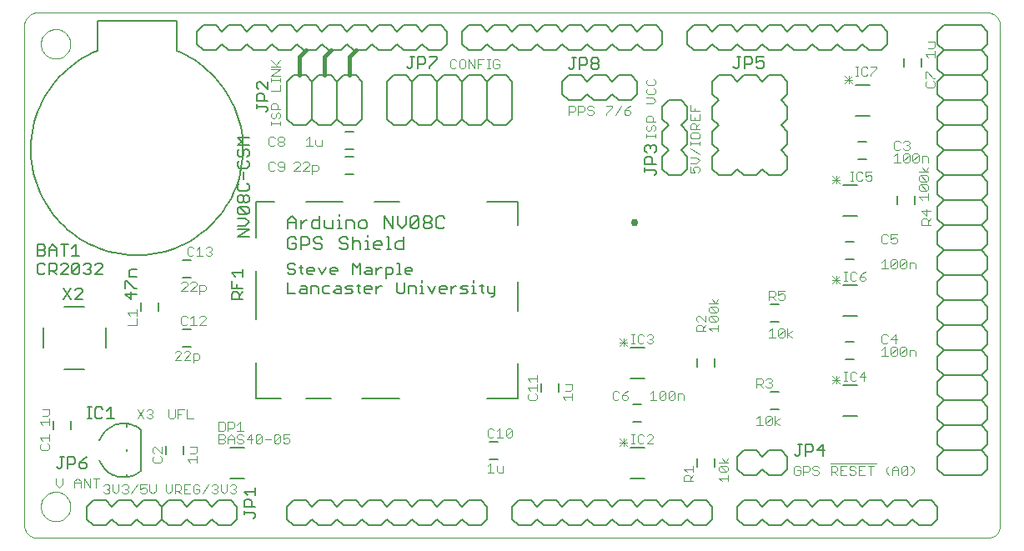
<source format=gto>
G75*
G70*
%OFA0B0*%
%FSLAX24Y24*%
%IPPOS*%
%LPD*%
%AMOC8*
5,1,8,0,0,1.08239X$1,22.5*
%
%ADD10C,0.0000*%
%ADD11C,0.0040*%
%ADD12C,0.0160*%
%ADD13C,0.0070*%
%ADD14C,0.0060*%
%ADD15C,0.0050*%
%ADD16C,0.0080*%
%ADD17C,0.0300*%
%ADD18C,0.0030*%
D10*
X001675Y001175D02*
X039675Y001175D01*
X039719Y001177D01*
X039762Y001183D01*
X039804Y001192D01*
X039846Y001205D01*
X039886Y001222D01*
X039925Y001242D01*
X039962Y001265D01*
X039996Y001292D01*
X040029Y001321D01*
X040058Y001354D01*
X040085Y001388D01*
X040108Y001425D01*
X040128Y001464D01*
X040145Y001504D01*
X040158Y001546D01*
X040167Y001588D01*
X040173Y001631D01*
X040175Y001675D01*
X040175Y021675D01*
X040173Y021719D01*
X040167Y021762D01*
X040158Y021804D01*
X040145Y021846D01*
X040128Y021886D01*
X040108Y021925D01*
X040085Y021962D01*
X040058Y021996D01*
X040029Y022029D01*
X039996Y022058D01*
X039962Y022085D01*
X039925Y022108D01*
X039886Y022128D01*
X039846Y022145D01*
X039804Y022158D01*
X039762Y022167D01*
X039719Y022173D01*
X039675Y022175D01*
X001675Y022175D01*
X001631Y022173D01*
X001588Y022167D01*
X001546Y022158D01*
X001504Y022145D01*
X001464Y022128D01*
X001425Y022108D01*
X001388Y022085D01*
X001354Y022058D01*
X001321Y022029D01*
X001292Y021996D01*
X001265Y021962D01*
X001242Y021925D01*
X001222Y021886D01*
X001205Y021846D01*
X001192Y021804D01*
X001183Y021762D01*
X001177Y021719D01*
X001175Y021675D01*
X001175Y001675D01*
X001177Y001631D01*
X001183Y001588D01*
X001192Y001546D01*
X001205Y001504D01*
X001222Y001464D01*
X001242Y001425D01*
X001265Y001388D01*
X001292Y001354D01*
X001321Y001321D01*
X001354Y001292D01*
X001388Y001265D01*
X001425Y001242D01*
X001464Y001222D01*
X001504Y001205D01*
X001546Y001192D01*
X001588Y001183D01*
X001631Y001177D01*
X001675Y001175D01*
X001834Y002425D02*
X001836Y002473D01*
X001842Y002521D01*
X001852Y002568D01*
X001865Y002614D01*
X001883Y002659D01*
X001903Y002703D01*
X001928Y002745D01*
X001956Y002784D01*
X001986Y002821D01*
X002020Y002855D01*
X002057Y002887D01*
X002095Y002916D01*
X002136Y002941D01*
X002179Y002963D01*
X002224Y002981D01*
X002270Y002995D01*
X002317Y003006D01*
X002365Y003013D01*
X002413Y003016D01*
X002461Y003015D01*
X002509Y003010D01*
X002557Y003001D01*
X002603Y002989D01*
X002648Y002972D01*
X002692Y002952D01*
X002734Y002929D01*
X002774Y002902D01*
X002812Y002872D01*
X002847Y002839D01*
X002879Y002803D01*
X002909Y002765D01*
X002935Y002724D01*
X002957Y002681D01*
X002977Y002637D01*
X002992Y002592D01*
X003004Y002545D01*
X003012Y002497D01*
X003016Y002449D01*
X003016Y002401D01*
X003012Y002353D01*
X003004Y002305D01*
X002992Y002258D01*
X002977Y002213D01*
X002957Y002169D01*
X002935Y002126D01*
X002909Y002085D01*
X002879Y002047D01*
X002847Y002011D01*
X002812Y001978D01*
X002774Y001948D01*
X002734Y001921D01*
X002692Y001898D01*
X002648Y001878D01*
X002603Y001861D01*
X002557Y001849D01*
X002509Y001840D01*
X002461Y001835D01*
X002413Y001834D01*
X002365Y001837D01*
X002317Y001844D01*
X002270Y001855D01*
X002224Y001869D01*
X002179Y001887D01*
X002136Y001909D01*
X002095Y001934D01*
X002057Y001963D01*
X002020Y001995D01*
X001986Y002029D01*
X001956Y002066D01*
X001928Y002105D01*
X001903Y002147D01*
X001883Y002191D01*
X001865Y002236D01*
X001852Y002282D01*
X001842Y002329D01*
X001836Y002377D01*
X001834Y002425D01*
X001834Y020925D02*
X001836Y020973D01*
X001842Y021021D01*
X001852Y021068D01*
X001865Y021114D01*
X001883Y021159D01*
X001903Y021203D01*
X001928Y021245D01*
X001956Y021284D01*
X001986Y021321D01*
X002020Y021355D01*
X002057Y021387D01*
X002095Y021416D01*
X002136Y021441D01*
X002179Y021463D01*
X002224Y021481D01*
X002270Y021495D01*
X002317Y021506D01*
X002365Y021513D01*
X002413Y021516D01*
X002461Y021515D01*
X002509Y021510D01*
X002557Y021501D01*
X002603Y021489D01*
X002648Y021472D01*
X002692Y021452D01*
X002734Y021429D01*
X002774Y021402D01*
X002812Y021372D01*
X002847Y021339D01*
X002879Y021303D01*
X002909Y021265D01*
X002935Y021224D01*
X002957Y021181D01*
X002977Y021137D01*
X002992Y021092D01*
X003004Y021045D01*
X003012Y020997D01*
X003016Y020949D01*
X003016Y020901D01*
X003012Y020853D01*
X003004Y020805D01*
X002992Y020758D01*
X002977Y020713D01*
X002957Y020669D01*
X002935Y020626D01*
X002909Y020585D01*
X002879Y020547D01*
X002847Y020511D01*
X002812Y020478D01*
X002774Y020448D01*
X002734Y020421D01*
X002692Y020398D01*
X002648Y020378D01*
X002603Y020361D01*
X002557Y020349D01*
X002509Y020340D01*
X002461Y020335D01*
X002413Y020334D01*
X002365Y020337D01*
X002317Y020344D01*
X002270Y020355D01*
X002224Y020369D01*
X002179Y020387D01*
X002136Y020409D01*
X002095Y020434D01*
X002057Y020463D01*
X002020Y020495D01*
X001986Y020529D01*
X001956Y020566D01*
X001928Y020605D01*
X001903Y020647D01*
X001883Y020691D01*
X001865Y020736D01*
X001852Y020782D01*
X001842Y020829D01*
X001836Y020877D01*
X001834Y020925D01*
D11*
X011045Y020268D02*
X011285Y020028D01*
X011225Y020088D02*
X011405Y020268D01*
X011405Y020028D02*
X011045Y020028D01*
X011045Y019900D02*
X011405Y019900D01*
X011045Y019659D01*
X011405Y019659D01*
X011405Y019534D02*
X011405Y019414D01*
X011405Y019474D02*
X011045Y019474D01*
X011045Y019414D02*
X011045Y019534D01*
X011405Y019286D02*
X011405Y019045D01*
X011045Y019045D01*
X011105Y018549D02*
X011225Y018549D01*
X011285Y018489D01*
X011285Y018309D01*
X011405Y018309D02*
X011045Y018309D01*
X011045Y018489D01*
X011105Y018549D01*
X011105Y018181D02*
X011045Y018121D01*
X011045Y018001D01*
X011105Y017941D01*
X011165Y017941D01*
X011225Y018001D01*
X011225Y018121D01*
X011285Y018181D01*
X011345Y018181D01*
X011405Y018121D01*
X011405Y018001D01*
X011345Y017941D01*
X011405Y017815D02*
X011405Y017695D01*
X011405Y017755D02*
X011045Y017755D01*
X011045Y017695D02*
X011045Y017815D01*
X011005Y017205D02*
X010945Y017145D01*
X010945Y016905D01*
X011005Y016845D01*
X011125Y016845D01*
X011185Y016905D01*
X011313Y016905D02*
X011313Y016965D01*
X011373Y017025D01*
X011493Y017025D01*
X011554Y016965D01*
X011554Y016905D01*
X011493Y016845D01*
X011373Y016845D01*
X011313Y016905D01*
X011373Y017025D02*
X011313Y017085D01*
X011313Y017145D01*
X011373Y017205D01*
X011493Y017205D01*
X011554Y017145D01*
X011554Y017085D01*
X011493Y017025D01*
X011185Y017145D02*
X011125Y017205D01*
X011005Y017205D01*
X011005Y016205D02*
X010945Y016145D01*
X010945Y015905D01*
X011005Y015845D01*
X011125Y015845D01*
X011185Y015905D01*
X011313Y015905D02*
X011373Y015845D01*
X011493Y015845D01*
X011554Y015905D01*
X011554Y016145D01*
X011493Y016205D01*
X011373Y016205D01*
X011313Y016145D01*
X011313Y016085D01*
X011373Y016025D01*
X011554Y016025D01*
X011185Y016145D02*
X011125Y016205D01*
X011005Y016205D01*
X011945Y016145D02*
X012005Y016205D01*
X012125Y016205D01*
X012185Y016145D01*
X012185Y016085D01*
X011945Y015845D01*
X012185Y015845D01*
X012313Y015845D02*
X012554Y016085D01*
X012554Y016145D01*
X012493Y016205D01*
X012373Y016205D01*
X012313Y016145D01*
X012682Y016085D02*
X012862Y016085D01*
X012922Y016025D01*
X012922Y015905D01*
X012862Y015845D01*
X012682Y015845D01*
X012682Y015725D02*
X012682Y016085D01*
X012554Y015845D02*
X012313Y015845D01*
X012445Y016845D02*
X012685Y016845D01*
X012565Y016845D02*
X012565Y017205D01*
X012445Y017085D01*
X012813Y017085D02*
X012813Y016905D01*
X012873Y016845D01*
X013054Y016845D01*
X013054Y017085D01*
X018195Y020005D02*
X018195Y020245D01*
X018255Y020305D01*
X018375Y020305D01*
X018435Y020245D01*
X018563Y020245D02*
X018563Y020005D01*
X018623Y019945D01*
X018743Y019945D01*
X018804Y020005D01*
X018804Y020245D01*
X018743Y020305D01*
X018623Y020305D01*
X018563Y020245D01*
X018435Y020005D02*
X018375Y019945D01*
X018255Y019945D01*
X018195Y020005D01*
X018932Y019945D02*
X018932Y020305D01*
X019172Y019945D01*
X019172Y020305D01*
X019300Y020305D02*
X019540Y020305D01*
X019668Y020305D02*
X019788Y020305D01*
X019728Y020305D02*
X019728Y019945D01*
X019668Y019945D02*
X019788Y019945D01*
X019914Y020005D02*
X019914Y020245D01*
X019974Y020305D01*
X020094Y020305D01*
X020154Y020245D01*
X020154Y020125D02*
X020034Y020125D01*
X020154Y020125D02*
X020154Y020005D01*
X020094Y019945D01*
X019974Y019945D01*
X019914Y020005D01*
X019420Y020125D02*
X019300Y020125D01*
X019300Y019945D02*
X019300Y020305D01*
X022945Y018455D02*
X022945Y018095D01*
X022945Y018215D02*
X023125Y018215D01*
X023185Y018275D01*
X023185Y018395D01*
X023125Y018455D01*
X022945Y018455D01*
X023313Y018455D02*
X023493Y018455D01*
X023554Y018395D01*
X023554Y018275D01*
X023493Y018215D01*
X023313Y018215D01*
X023313Y018095D02*
X023313Y018455D01*
X023682Y018395D02*
X023682Y018335D01*
X023742Y018275D01*
X023862Y018275D01*
X023922Y018215D01*
X023922Y018155D01*
X023862Y018095D01*
X023742Y018095D01*
X023682Y018155D01*
X023682Y018395D02*
X023742Y018455D01*
X023862Y018455D01*
X023922Y018395D01*
X024418Y018455D02*
X024658Y018455D01*
X024658Y018395D01*
X024418Y018155D01*
X024418Y018095D01*
X024787Y018095D02*
X025027Y018455D01*
X025155Y018275D02*
X025335Y018275D01*
X025395Y018215D01*
X025395Y018155D01*
X025335Y018095D01*
X025215Y018095D01*
X025155Y018155D01*
X025155Y018275D01*
X025275Y018395D01*
X025395Y018455D01*
X026045Y018545D02*
X026285Y018545D01*
X026405Y018666D01*
X026285Y018786D01*
X026045Y018786D01*
X026105Y018914D02*
X026045Y018974D01*
X026045Y019094D01*
X026105Y019154D01*
X026105Y019282D02*
X026345Y019282D01*
X026405Y019342D01*
X026405Y019462D01*
X026345Y019522D01*
X026105Y019522D02*
X026045Y019462D01*
X026045Y019342D01*
X026105Y019282D01*
X026345Y019154D02*
X026405Y019094D01*
X026405Y018974D01*
X026345Y018914D01*
X026105Y018914D01*
X026105Y018049D02*
X026045Y017989D01*
X026045Y017809D01*
X026405Y017809D01*
X026285Y017809D02*
X026285Y017989D01*
X026225Y018049D01*
X026105Y018049D01*
X026105Y017681D02*
X026045Y017621D01*
X026045Y017501D01*
X026105Y017441D01*
X026165Y017441D01*
X026225Y017501D01*
X026225Y017621D01*
X026285Y017681D01*
X026345Y017681D01*
X026405Y017621D01*
X026405Y017501D01*
X026345Y017441D01*
X026405Y017315D02*
X026405Y017195D01*
X026405Y017255D02*
X026045Y017255D01*
X026045Y017195D02*
X026045Y017315D01*
X027795Y017314D02*
X027795Y017194D01*
X027855Y017134D01*
X028095Y017134D01*
X028155Y017194D01*
X028155Y017314D01*
X028095Y017374D01*
X027855Y017374D01*
X027795Y017314D01*
X027795Y017502D02*
X027795Y017682D01*
X027855Y017742D01*
X027975Y017742D01*
X028035Y017682D01*
X028035Y017502D01*
X028155Y017502D02*
X027795Y017502D01*
X028035Y017622D02*
X028155Y017742D01*
X028155Y017870D02*
X027795Y017870D01*
X027795Y018110D01*
X027795Y018239D02*
X027795Y018479D01*
X027975Y018359D02*
X027975Y018239D01*
X028155Y018239D02*
X027795Y018239D01*
X027975Y017990D02*
X027975Y017870D01*
X028155Y017870D02*
X028155Y018110D01*
X028155Y017008D02*
X028155Y016888D01*
X028155Y016948D02*
X027795Y016948D01*
X027795Y016888D02*
X027795Y017008D01*
X027795Y016760D02*
X028155Y016520D01*
X028035Y016392D02*
X028155Y016272D01*
X028035Y016151D01*
X027795Y016151D01*
X027795Y016023D02*
X027795Y015783D01*
X027975Y015783D01*
X027915Y015903D01*
X027915Y015963D01*
X027975Y016023D01*
X028095Y016023D01*
X028155Y015963D01*
X028155Y015843D01*
X028095Y015783D01*
X028035Y016392D02*
X027795Y016392D01*
X034195Y015805D02*
X034315Y015805D01*
X034255Y015805D02*
X034255Y015445D01*
X034195Y015445D02*
X034315Y015445D01*
X034441Y015505D02*
X034441Y015745D01*
X034501Y015805D01*
X034621Y015805D01*
X034681Y015745D01*
X034809Y015805D02*
X034809Y015625D01*
X034929Y015685D01*
X034989Y015685D01*
X035049Y015625D01*
X035049Y015505D01*
X034989Y015445D01*
X034869Y015445D01*
X034809Y015505D01*
X034681Y015505D02*
X034621Y015445D01*
X034501Y015445D01*
X034441Y015505D01*
X034809Y015805D02*
X035049Y015805D01*
X035945Y016195D02*
X036185Y016195D01*
X036065Y016195D02*
X036065Y016555D01*
X035945Y016435D01*
X036005Y016695D02*
X035945Y016755D01*
X035945Y016995D01*
X036005Y017055D01*
X036125Y017055D01*
X036185Y016995D01*
X036313Y016995D02*
X036373Y017055D01*
X036493Y017055D01*
X036554Y016995D01*
X036554Y016935D01*
X036493Y016875D01*
X036554Y016815D01*
X036554Y016755D01*
X036493Y016695D01*
X036373Y016695D01*
X036313Y016755D01*
X036185Y016755D02*
X036125Y016695D01*
X036005Y016695D01*
X036313Y016495D02*
X036373Y016555D01*
X036493Y016555D01*
X036554Y016495D01*
X036313Y016255D01*
X036373Y016195D01*
X036493Y016195D01*
X036554Y016255D01*
X036554Y016495D01*
X036682Y016495D02*
X036742Y016555D01*
X036862Y016555D01*
X036922Y016495D01*
X036682Y016255D01*
X036742Y016195D01*
X036862Y016195D01*
X036922Y016255D01*
X036922Y016495D01*
X037050Y016435D02*
X037230Y016435D01*
X037290Y016375D01*
X037290Y016195D01*
X037305Y015980D02*
X037185Y015800D01*
X037065Y015980D01*
X037050Y016195D02*
X037050Y016435D01*
X036682Y016495D02*
X036682Y016255D01*
X036313Y016255D02*
X036313Y016495D01*
X036433Y016875D02*
X036493Y016875D01*
X036945Y015800D02*
X037305Y015800D01*
X037245Y015672D02*
X037305Y015612D01*
X037305Y015492D01*
X037245Y015432D01*
X037005Y015672D01*
X037245Y015672D01*
X037005Y015672D02*
X036945Y015612D01*
X036945Y015492D01*
X037005Y015432D01*
X037245Y015432D01*
X037245Y015304D02*
X037005Y015304D01*
X037245Y015063D01*
X037305Y015123D01*
X037305Y015243D01*
X037245Y015304D01*
X037005Y015304D02*
X036945Y015243D01*
X036945Y015123D01*
X037005Y015063D01*
X037245Y015063D01*
X037305Y014935D02*
X037305Y014695D01*
X037305Y014815D02*
X036945Y014815D01*
X037065Y014695D01*
X037225Y014304D02*
X037225Y014063D01*
X037045Y014243D01*
X037405Y014243D01*
X037405Y013935D02*
X037285Y013815D01*
X037285Y013875D02*
X037285Y013695D01*
X037405Y013695D02*
X037045Y013695D01*
X037045Y013875D01*
X037105Y013935D01*
X037225Y013935D01*
X037285Y013875D01*
X036054Y013305D02*
X035813Y013305D01*
X035813Y013125D01*
X035933Y013185D01*
X035993Y013185D01*
X036054Y013125D01*
X036054Y013005D01*
X035993Y012945D01*
X035873Y012945D01*
X035813Y013005D01*
X035685Y013005D02*
X035625Y012945D01*
X035505Y012945D01*
X035445Y013005D01*
X035445Y013245D01*
X035505Y013305D01*
X035625Y013305D01*
X035685Y013245D01*
X035565Y012305D02*
X035445Y012185D01*
X035565Y012305D02*
X035565Y011945D01*
X035445Y011945D02*
X035685Y011945D01*
X035813Y012005D02*
X036054Y012245D01*
X036054Y012005D01*
X035993Y011945D01*
X035873Y011945D01*
X035813Y012005D01*
X035813Y012245D01*
X035873Y012305D01*
X035993Y012305D01*
X036054Y012245D01*
X036182Y012245D02*
X036242Y012305D01*
X036362Y012305D01*
X036422Y012245D01*
X036182Y012005D01*
X036242Y011945D01*
X036362Y011945D01*
X036422Y012005D01*
X036422Y012245D01*
X036550Y012185D02*
X036730Y012185D01*
X036790Y012125D01*
X036790Y011945D01*
X036550Y011945D02*
X036550Y012185D01*
X036182Y012245D02*
X036182Y012005D01*
X034799Y011805D02*
X034679Y011745D01*
X034559Y011625D01*
X034739Y011625D01*
X034799Y011565D01*
X034799Y011505D01*
X034739Y011445D01*
X034619Y011445D01*
X034559Y011505D01*
X034559Y011625D01*
X034431Y011505D02*
X034371Y011445D01*
X034251Y011445D01*
X034191Y011505D01*
X034191Y011745D01*
X034251Y011805D01*
X034371Y011805D01*
X034431Y011745D01*
X034065Y011805D02*
X033945Y011805D01*
X034005Y011805D02*
X034005Y011445D01*
X033945Y011445D02*
X034065Y011445D01*
X031554Y011055D02*
X031313Y011055D01*
X031313Y010875D01*
X031433Y010935D01*
X031493Y010935D01*
X031554Y010875D01*
X031554Y010755D01*
X031493Y010695D01*
X031373Y010695D01*
X031313Y010755D01*
X031185Y010695D02*
X031065Y010815D01*
X031125Y010815D02*
X030945Y010815D01*
X030945Y010695D02*
X030945Y011055D01*
X031125Y011055D01*
X031185Y010995D01*
X031185Y010875D01*
X031125Y010815D01*
X031065Y009555D02*
X030945Y009435D01*
X031065Y009555D02*
X031065Y009195D01*
X030945Y009195D02*
X031185Y009195D01*
X031313Y009255D02*
X031554Y009495D01*
X031554Y009255D01*
X031493Y009195D01*
X031373Y009195D01*
X031313Y009255D01*
X031313Y009495D01*
X031373Y009555D01*
X031493Y009555D01*
X031554Y009495D01*
X031682Y009555D02*
X031682Y009195D01*
X031682Y009315D02*
X031862Y009435D01*
X031682Y009315D02*
X031862Y009195D01*
X033945Y007805D02*
X034065Y007805D01*
X034005Y007805D02*
X034005Y007445D01*
X033945Y007445D02*
X034065Y007445D01*
X034191Y007505D02*
X034251Y007445D01*
X034371Y007445D01*
X034431Y007505D01*
X034559Y007625D02*
X034799Y007625D01*
X034739Y007445D02*
X034739Y007805D01*
X034559Y007625D01*
X034431Y007745D02*
X034371Y007805D01*
X034251Y007805D01*
X034191Y007745D01*
X034191Y007505D01*
X035445Y008445D02*
X035685Y008445D01*
X035565Y008445D02*
X035565Y008805D01*
X035445Y008685D01*
X035505Y008945D02*
X035625Y008945D01*
X035685Y009005D01*
X035813Y009125D02*
X036054Y009125D01*
X035993Y008945D02*
X035993Y009305D01*
X035813Y009125D01*
X035685Y009245D02*
X035625Y009305D01*
X035505Y009305D01*
X035445Y009245D01*
X035445Y009005D01*
X035505Y008945D01*
X035813Y008745D02*
X035873Y008805D01*
X035993Y008805D01*
X036054Y008745D01*
X035813Y008505D01*
X035873Y008445D01*
X035993Y008445D01*
X036054Y008505D01*
X036054Y008745D01*
X036182Y008745D02*
X036242Y008805D01*
X036362Y008805D01*
X036422Y008745D01*
X036182Y008505D01*
X036242Y008445D01*
X036362Y008445D01*
X036422Y008505D01*
X036422Y008745D01*
X036550Y008685D02*
X036730Y008685D01*
X036790Y008625D01*
X036790Y008445D01*
X036550Y008445D02*
X036550Y008685D01*
X036182Y008745D02*
X036182Y008505D01*
X035813Y008505D02*
X035813Y008745D01*
X031054Y007495D02*
X031054Y007435D01*
X030993Y007375D01*
X031054Y007315D01*
X031054Y007255D01*
X030993Y007195D01*
X030873Y007195D01*
X030813Y007255D01*
X030685Y007195D02*
X030565Y007315D01*
X030625Y007315D02*
X030445Y007315D01*
X030445Y007195D02*
X030445Y007555D01*
X030625Y007555D01*
X030685Y007495D01*
X030685Y007375D01*
X030625Y007315D01*
X030813Y007495D02*
X030873Y007555D01*
X030993Y007555D01*
X031054Y007495D01*
X030993Y007375D02*
X030933Y007375D01*
X030873Y006055D02*
X030993Y006055D01*
X031054Y005995D01*
X030813Y005755D01*
X030873Y005695D01*
X030993Y005695D01*
X031054Y005755D01*
X031054Y005995D01*
X031182Y006055D02*
X031182Y005695D01*
X031182Y005815D02*
X031362Y005935D01*
X031182Y005815D02*
X031362Y005695D01*
X030813Y005755D02*
X030813Y005995D01*
X030873Y006055D01*
X030565Y006055D02*
X030565Y005695D01*
X030445Y005695D02*
X030685Y005695D01*
X030445Y005935D02*
X030565Y006055D01*
X029305Y004362D02*
X029185Y004182D01*
X029065Y004362D01*
X028945Y004182D02*
X029305Y004182D01*
X029245Y004054D02*
X029305Y003993D01*
X029305Y003873D01*
X029245Y003813D01*
X029005Y004054D01*
X029245Y004054D01*
X029005Y004054D02*
X028945Y003993D01*
X028945Y003873D01*
X029005Y003813D01*
X029245Y003813D01*
X029305Y003685D02*
X029305Y003445D01*
X029305Y003565D02*
X028945Y003565D01*
X029065Y003445D01*
X027905Y003445D02*
X027545Y003445D01*
X027545Y003625D01*
X027605Y003685D01*
X027725Y003685D01*
X027785Y003625D01*
X027785Y003445D01*
X027785Y003565D02*
X027905Y003685D01*
X027905Y003813D02*
X027905Y004054D01*
X027905Y003933D02*
X027545Y003933D01*
X027665Y003813D01*
X026299Y004945D02*
X026059Y004945D01*
X026299Y005185D01*
X026299Y005245D01*
X026239Y005305D01*
X026119Y005305D01*
X026059Y005245D01*
X025931Y005245D02*
X025871Y005305D01*
X025751Y005305D01*
X025691Y005245D01*
X025691Y005005D01*
X025751Y004945D01*
X025871Y004945D01*
X025931Y005005D01*
X025565Y004945D02*
X025445Y004945D01*
X025505Y004945D02*
X025505Y005305D01*
X025445Y005305D02*
X025565Y005305D01*
X025243Y006695D02*
X025123Y006695D01*
X025063Y006755D01*
X025063Y006875D01*
X025243Y006875D01*
X025304Y006815D01*
X025304Y006755D01*
X025243Y006695D01*
X025063Y006875D02*
X025183Y006995D01*
X025304Y007055D01*
X024935Y006995D02*
X024875Y007055D01*
X024755Y007055D01*
X024695Y006995D01*
X024695Y006755D01*
X024755Y006695D01*
X024875Y006695D01*
X024935Y006755D01*
X026195Y006695D02*
X026435Y006695D01*
X026315Y006695D02*
X026315Y007055D01*
X026195Y006935D01*
X026563Y006995D02*
X026563Y006755D01*
X026804Y006995D01*
X026804Y006755D01*
X026743Y006695D01*
X026623Y006695D01*
X026563Y006755D01*
X026563Y006995D02*
X026623Y007055D01*
X026743Y007055D01*
X026804Y006995D01*
X026932Y006995D02*
X026932Y006755D01*
X027172Y006995D01*
X027172Y006755D01*
X027112Y006695D01*
X026992Y006695D01*
X026932Y006755D01*
X026932Y006995D02*
X026992Y007055D01*
X027112Y007055D01*
X027172Y006995D01*
X027300Y006935D02*
X027300Y006695D01*
X027540Y006695D02*
X027540Y006875D01*
X027480Y006935D01*
X027300Y006935D01*
X026239Y008945D02*
X026119Y008945D01*
X026059Y009005D01*
X025931Y009005D02*
X025871Y008945D01*
X025751Y008945D01*
X025691Y009005D01*
X025691Y009245D01*
X025751Y009305D01*
X025871Y009305D01*
X025931Y009245D01*
X026059Y009245D02*
X026119Y009305D01*
X026239Y009305D01*
X026299Y009245D01*
X026299Y009185D01*
X026239Y009125D01*
X026299Y009065D01*
X026299Y009005D01*
X026239Y008945D01*
X026239Y009125D02*
X026179Y009125D01*
X025565Y008945D02*
X025445Y008945D01*
X025505Y008945D02*
X025505Y009305D01*
X025445Y009305D02*
X025565Y009305D01*
X028045Y009445D02*
X028045Y009625D01*
X028105Y009685D01*
X028225Y009685D01*
X028285Y009625D01*
X028285Y009445D01*
X028405Y009445D02*
X028045Y009445D01*
X028285Y009565D02*
X028405Y009685D01*
X028405Y009813D02*
X028165Y010054D01*
X028105Y010054D01*
X028045Y009993D01*
X028045Y009873D01*
X028105Y009813D01*
X028405Y009813D02*
X028405Y010054D01*
X028545Y009993D02*
X028605Y010054D01*
X028845Y009813D01*
X028905Y009873D01*
X028905Y009993D01*
X028845Y010054D01*
X028605Y010054D01*
X028545Y009993D02*
X028545Y009873D01*
X028605Y009813D01*
X028845Y009813D01*
X028905Y009685D02*
X028905Y009445D01*
X028905Y009565D02*
X028545Y009565D01*
X028665Y009445D01*
X028605Y010182D02*
X028545Y010242D01*
X028545Y010362D01*
X028605Y010422D01*
X028845Y010182D01*
X028905Y010242D01*
X028905Y010362D01*
X028845Y010422D01*
X028605Y010422D01*
X028545Y010550D02*
X028905Y010550D01*
X028785Y010550D02*
X028665Y010730D01*
X028785Y010550D02*
X028905Y010730D01*
X028845Y010182D02*
X028605Y010182D01*
X023055Y007304D02*
X023055Y007123D01*
X022995Y007063D01*
X022815Y007063D01*
X022815Y007304D02*
X023055Y007304D01*
X023055Y006935D02*
X023055Y006695D01*
X023055Y006815D02*
X022695Y006815D01*
X022815Y006695D01*
X021655Y006755D02*
X021655Y006875D01*
X021595Y006935D01*
X021655Y007063D02*
X021655Y007304D01*
X021655Y007183D02*
X021295Y007183D01*
X021415Y007063D01*
X021355Y006935D02*
X021295Y006875D01*
X021295Y006755D01*
X021355Y006695D01*
X021595Y006695D01*
X021655Y006755D01*
X021655Y007432D02*
X021655Y007672D01*
X021655Y007552D02*
X021295Y007552D01*
X021415Y007432D01*
X020612Y005555D02*
X020672Y005495D01*
X020432Y005255D01*
X020492Y005195D01*
X020612Y005195D01*
X020672Y005255D01*
X020672Y005495D01*
X020612Y005555D02*
X020492Y005555D01*
X020432Y005495D01*
X020432Y005255D01*
X020304Y005195D02*
X020063Y005195D01*
X020183Y005195D02*
X020183Y005555D01*
X020063Y005435D01*
X019935Y005495D02*
X019875Y005555D01*
X019755Y005555D01*
X019695Y005495D01*
X019695Y005255D01*
X019755Y005195D01*
X019875Y005195D01*
X019935Y005255D01*
X019815Y004155D02*
X019815Y003795D01*
X019695Y003795D02*
X019935Y003795D01*
X020063Y003855D02*
X020123Y003795D01*
X020304Y003795D01*
X020304Y004035D01*
X020063Y004035D02*
X020063Y003855D01*
X019815Y004155D02*
X019695Y004035D01*
X011763Y005005D02*
X011703Y004945D01*
X011583Y004945D01*
X011523Y005005D01*
X011523Y005125D02*
X011643Y005185D01*
X011703Y005185D01*
X011763Y005125D01*
X011763Y005005D01*
X011523Y005125D02*
X011523Y005305D01*
X011763Y005305D01*
X011395Y005245D02*
X011395Y005005D01*
X011335Y004945D01*
X011215Y004945D01*
X011155Y005005D01*
X011395Y005245D01*
X011335Y005305D01*
X011215Y005305D01*
X011155Y005245D01*
X011155Y005005D01*
X011027Y005125D02*
X010787Y005125D01*
X010658Y005245D02*
X010658Y005005D01*
X010598Y004945D01*
X010478Y004945D01*
X010418Y005005D01*
X010658Y005245D01*
X010598Y005305D01*
X010478Y005305D01*
X010418Y005245D01*
X010418Y005005D01*
X010290Y005125D02*
X010050Y005125D01*
X010230Y005305D01*
X010230Y004945D01*
X009922Y005005D02*
X009862Y004945D01*
X009742Y004945D01*
X009682Y005005D01*
X009742Y005125D02*
X009862Y005125D01*
X009922Y005065D01*
X009922Y005005D01*
X009742Y005125D02*
X009682Y005185D01*
X009682Y005245D01*
X009742Y005305D01*
X009862Y005305D01*
X009922Y005245D01*
X009922Y005445D02*
X009682Y005445D01*
X009802Y005445D02*
X009802Y005805D01*
X009682Y005685D01*
X009554Y005625D02*
X009493Y005565D01*
X009313Y005565D01*
X009313Y005445D02*
X009313Y005805D01*
X009493Y005805D01*
X009554Y005745D01*
X009554Y005625D01*
X009185Y005505D02*
X009185Y005745D01*
X009125Y005805D01*
X008945Y005805D01*
X008945Y005445D01*
X009125Y005445D01*
X009185Y005505D01*
X009125Y005305D02*
X008945Y005305D01*
X008945Y004945D01*
X009125Y004945D01*
X009185Y005005D01*
X009185Y005065D01*
X009125Y005125D01*
X008945Y005125D01*
X009125Y005125D02*
X009185Y005185D01*
X009185Y005245D01*
X009125Y005305D01*
X009313Y005185D02*
X009433Y005305D01*
X009554Y005185D01*
X009554Y004945D01*
X009554Y005125D02*
X009313Y005125D01*
X009313Y005185D02*
X009313Y004945D01*
X008055Y004804D02*
X008055Y004623D01*
X007995Y004563D01*
X007815Y004563D01*
X007815Y004804D02*
X008055Y004804D01*
X008055Y004435D02*
X008055Y004195D01*
X008055Y004315D02*
X007695Y004315D01*
X007815Y004195D01*
X006655Y004255D02*
X006655Y004375D01*
X006595Y004435D01*
X006655Y004563D02*
X006415Y004804D01*
X006355Y004804D01*
X006295Y004743D01*
X006295Y004623D01*
X006355Y004563D01*
X006355Y004435D02*
X006295Y004375D01*
X006295Y004255D01*
X006355Y004195D01*
X006595Y004195D01*
X006655Y004255D01*
X006655Y004563D02*
X006655Y004804D01*
X007005Y005945D02*
X007125Y005945D01*
X007185Y006005D01*
X007185Y006305D01*
X007313Y006305D02*
X007554Y006305D01*
X007682Y006305D02*
X007682Y005945D01*
X007922Y005945D01*
X007433Y006125D02*
X007313Y006125D01*
X007313Y005945D02*
X007313Y006305D01*
X006945Y006305D02*
X006945Y006005D01*
X007005Y005945D01*
X006304Y006005D02*
X006243Y005945D01*
X006123Y005945D01*
X006063Y006005D01*
X005935Y005945D02*
X005695Y006305D01*
X005935Y006305D02*
X005695Y005945D01*
X006063Y006245D02*
X006123Y006305D01*
X006243Y006305D01*
X006304Y006245D01*
X006304Y006185D01*
X006243Y006125D01*
X006304Y006065D01*
X006304Y006005D01*
X006243Y006125D02*
X006183Y006125D01*
X007195Y008295D02*
X007435Y008535D01*
X007435Y008595D01*
X007375Y008655D01*
X007255Y008655D01*
X007195Y008595D01*
X007195Y008295D02*
X007435Y008295D01*
X007563Y008295D02*
X007804Y008535D01*
X007804Y008595D01*
X007743Y008655D01*
X007623Y008655D01*
X007563Y008595D01*
X007563Y008295D02*
X007804Y008295D01*
X007932Y008295D02*
X008112Y008295D01*
X008172Y008355D01*
X008172Y008475D01*
X008112Y008535D01*
X007932Y008535D01*
X007932Y008175D01*
X007933Y009695D02*
X007933Y010055D01*
X007813Y009935D01*
X007685Y009995D02*
X007625Y010055D01*
X007505Y010055D01*
X007445Y009995D01*
X007445Y009755D01*
X007505Y009695D01*
X007625Y009695D01*
X007685Y009755D01*
X007813Y009695D02*
X008054Y009695D01*
X008182Y009695D02*
X008422Y009935D01*
X008422Y009995D01*
X008362Y010055D01*
X008242Y010055D01*
X008182Y009995D01*
X008182Y009695D02*
X008422Y009695D01*
X008182Y010925D02*
X008182Y011285D01*
X008362Y011285D01*
X008422Y011225D01*
X008422Y011105D01*
X008362Y011045D01*
X008182Y011045D01*
X008054Y011045D02*
X007813Y011045D01*
X008054Y011285D01*
X008054Y011345D01*
X007993Y011405D01*
X007873Y011405D01*
X007813Y011345D01*
X007685Y011345D02*
X007625Y011405D01*
X007505Y011405D01*
X007445Y011345D01*
X007685Y011345D02*
X007685Y011285D01*
X007445Y011045D01*
X007685Y011045D01*
X005655Y010304D02*
X005655Y010063D01*
X005655Y010183D02*
X005295Y010183D01*
X005415Y010063D01*
X005655Y009935D02*
X005655Y009695D01*
X005295Y009695D01*
X007755Y012445D02*
X007875Y012445D01*
X007935Y012505D01*
X008063Y012445D02*
X008304Y012445D01*
X008183Y012445D02*
X008183Y012805D01*
X008063Y012685D01*
X007935Y012745D02*
X007875Y012805D01*
X007755Y012805D01*
X007695Y012745D01*
X007695Y012505D01*
X007755Y012445D01*
X008432Y012505D02*
X008492Y012445D01*
X008612Y012445D01*
X008672Y012505D01*
X008672Y012565D01*
X008612Y012625D01*
X008552Y012625D01*
X008612Y012625D02*
X008672Y012685D01*
X008672Y012745D01*
X008612Y012805D01*
X008492Y012805D01*
X008432Y012745D01*
X002155Y006304D02*
X001915Y006304D01*
X002155Y006304D02*
X002155Y006123D01*
X002095Y006063D01*
X001915Y006063D01*
X002155Y005935D02*
X002155Y005695D01*
X002155Y005815D02*
X001795Y005815D01*
X001915Y005695D01*
X002155Y005304D02*
X002155Y005063D01*
X002155Y005183D02*
X001795Y005183D01*
X001915Y005063D01*
X001855Y004935D02*
X001795Y004875D01*
X001795Y004755D01*
X001855Y004695D01*
X002095Y004695D01*
X002155Y004755D01*
X002155Y004875D01*
X002095Y004935D01*
X002445Y003555D02*
X002445Y003315D01*
X002565Y003195D01*
X002685Y003315D01*
X002685Y003555D01*
X003182Y003435D02*
X003302Y003555D01*
X003422Y003435D01*
X003422Y003195D01*
X003550Y003195D02*
X003550Y003555D01*
X003790Y003195D01*
X003790Y003555D01*
X003918Y003555D02*
X004158Y003555D01*
X004038Y003555D02*
X004038Y003195D01*
X004340Y003245D02*
X004400Y003305D01*
X004520Y003305D01*
X004580Y003245D01*
X004580Y003185D01*
X004520Y003125D01*
X004580Y003065D01*
X004580Y003005D01*
X004520Y002945D01*
X004400Y002945D01*
X004340Y003005D01*
X004460Y003125D02*
X004520Y003125D01*
X004708Y003065D02*
X004828Y002945D01*
X004949Y003065D01*
X004949Y003305D01*
X005077Y003245D02*
X005137Y003305D01*
X005257Y003305D01*
X005317Y003245D01*
X005317Y003185D01*
X005257Y003125D01*
X005317Y003065D01*
X005317Y003005D01*
X005257Y002945D01*
X005137Y002945D01*
X005077Y003005D01*
X005197Y003125D02*
X005257Y003125D01*
X005445Y002945D02*
X005685Y003305D01*
X005813Y003305D02*
X005813Y003125D01*
X005933Y003185D01*
X005993Y003185D01*
X006054Y003125D01*
X006054Y003005D01*
X005993Y002945D01*
X005873Y002945D01*
X005813Y003005D01*
X006182Y003065D02*
X006302Y002945D01*
X006422Y003065D01*
X006422Y003305D01*
X006182Y003305D02*
X006182Y003065D01*
X006054Y003305D02*
X005813Y003305D01*
X006822Y003305D02*
X006822Y003065D01*
X006942Y002945D01*
X007062Y003065D01*
X007062Y003305D01*
X007190Y003305D02*
X007370Y003305D01*
X007430Y003245D01*
X007430Y003125D01*
X007370Y003065D01*
X007190Y003065D01*
X007190Y002945D02*
X007190Y003305D01*
X007310Y003065D02*
X007430Y002945D01*
X007558Y002945D02*
X007799Y002945D01*
X007927Y003005D02*
X007927Y003245D01*
X007987Y003305D01*
X008107Y003305D01*
X008167Y003245D01*
X008167Y003125D02*
X008047Y003125D01*
X008167Y003125D02*
X008167Y003005D01*
X008107Y002945D01*
X007987Y002945D01*
X007927Y003005D01*
X007678Y003125D02*
X007558Y003125D01*
X007558Y003305D02*
X007558Y002945D01*
X007558Y003305D02*
X007799Y003305D01*
X008295Y002945D02*
X008535Y003305D01*
X008663Y003245D02*
X008723Y003305D01*
X008843Y003305D01*
X008904Y003245D01*
X008904Y003185D01*
X008843Y003125D01*
X008904Y003065D01*
X008904Y003005D01*
X008843Y002945D01*
X008723Y002945D01*
X008663Y003005D01*
X008783Y003125D02*
X008843Y003125D01*
X009032Y003065D02*
X009152Y002945D01*
X009272Y003065D01*
X009272Y003305D01*
X009400Y003245D02*
X009460Y003305D01*
X009580Y003305D01*
X009640Y003245D01*
X009640Y003185D01*
X009580Y003125D01*
X009640Y003065D01*
X009640Y003005D01*
X009580Y002945D01*
X009460Y002945D01*
X009400Y003005D01*
X009520Y003125D02*
X009580Y003125D01*
X009032Y003065D02*
X009032Y003305D01*
X004708Y003305D02*
X004708Y003065D01*
X003422Y003375D02*
X003182Y003375D01*
X003182Y003435D02*
X003182Y003195D01*
X031945Y003755D02*
X032005Y003695D01*
X032125Y003695D01*
X032185Y003755D01*
X032185Y003875D01*
X032065Y003875D01*
X031945Y003995D02*
X031945Y003755D01*
X031945Y003995D02*
X032005Y004055D01*
X032125Y004055D01*
X032185Y003995D01*
X032313Y004055D02*
X032493Y004055D01*
X032554Y003995D01*
X032554Y003875D01*
X032493Y003815D01*
X032313Y003815D01*
X032313Y003695D02*
X032313Y004055D01*
X032682Y003995D02*
X032682Y003935D01*
X032742Y003875D01*
X032862Y003875D01*
X032922Y003815D01*
X032922Y003755D01*
X032862Y003695D01*
X032742Y003695D01*
X032682Y003755D01*
X032682Y003995D02*
X032742Y004055D01*
X032862Y004055D01*
X032922Y003995D01*
X033398Y004135D02*
X035240Y004135D01*
X035132Y004055D02*
X034892Y004055D01*
X035012Y004055D02*
X035012Y003695D01*
X034763Y003695D02*
X034523Y003695D01*
X034523Y004055D01*
X034763Y004055D01*
X034643Y003875D02*
X034523Y003875D01*
X034395Y003815D02*
X034395Y003755D01*
X034335Y003695D01*
X034215Y003695D01*
X034155Y003755D01*
X034215Y003875D02*
X034335Y003875D01*
X034395Y003815D01*
X034395Y003995D02*
X034335Y004055D01*
X034215Y004055D01*
X034155Y003995D01*
X034155Y003935D01*
X034215Y003875D01*
X034027Y003695D02*
X033787Y003695D01*
X033787Y004055D01*
X034027Y004055D01*
X033907Y003875D02*
X033787Y003875D01*
X033658Y003875D02*
X033598Y003815D01*
X033418Y003815D01*
X033418Y003695D02*
X033418Y004055D01*
X033598Y004055D01*
X033658Y003995D01*
X033658Y003875D01*
X033538Y003815D02*
X033658Y003695D01*
X035628Y003815D02*
X035748Y003695D01*
X035874Y003695D02*
X035874Y003935D01*
X035994Y004055D01*
X036114Y003935D01*
X036114Y003695D01*
X036242Y003755D02*
X036302Y003695D01*
X036422Y003695D01*
X036482Y003755D01*
X036482Y003995D01*
X036242Y003755D01*
X036242Y003995D01*
X036302Y004055D01*
X036422Y004055D01*
X036482Y003995D01*
X036610Y004055D02*
X036730Y003935D01*
X036730Y003815D01*
X036610Y003695D01*
X036114Y003875D02*
X035874Y003875D01*
X035748Y004055D02*
X035628Y003935D01*
X035628Y003815D01*
X037255Y019195D02*
X037195Y019255D01*
X037195Y019375D01*
X037255Y019435D01*
X037195Y019563D02*
X037195Y019804D01*
X037255Y019804D01*
X037495Y019563D01*
X037555Y019563D01*
X037495Y019435D02*
X037555Y019375D01*
X037555Y019255D01*
X037495Y019195D01*
X037255Y019195D01*
X037315Y020395D02*
X037195Y020515D01*
X037555Y020515D01*
X037555Y020395D02*
X037555Y020635D01*
X037495Y020763D02*
X037555Y020823D01*
X037555Y021004D01*
X037315Y021004D01*
X037315Y020763D02*
X037495Y020763D01*
X035249Y020005D02*
X035249Y019945D01*
X035009Y019705D01*
X035009Y019645D01*
X034881Y019705D02*
X034821Y019645D01*
X034701Y019645D01*
X034641Y019705D01*
X034641Y019945D01*
X034701Y020005D01*
X034821Y020005D01*
X034881Y019945D01*
X035009Y020005D02*
X035249Y020005D01*
X034515Y020005D02*
X034395Y020005D01*
X034455Y020005D02*
X034455Y019645D01*
X034395Y019645D02*
X034515Y019645D01*
D12*
X014425Y020675D02*
X014175Y020425D01*
X014175Y019675D01*
X013175Y019675D02*
X013175Y020425D01*
X013425Y020675D01*
X012425Y020675D02*
X012175Y020425D01*
X012175Y019675D01*
D13*
X011873Y014040D02*
X012037Y013877D01*
X012037Y013550D01*
X012226Y013550D02*
X012226Y013877D01*
X012389Y013877D02*
X012471Y013877D01*
X012389Y013877D02*
X012226Y013713D01*
X012037Y013795D02*
X011710Y013795D01*
X011710Y013877D02*
X011873Y014040D01*
X011710Y013877D02*
X011710Y013550D01*
X011792Y013200D02*
X011710Y013119D01*
X011710Y012792D01*
X011792Y012710D01*
X011955Y012710D01*
X012037Y012792D01*
X012037Y012955D01*
X011873Y012955D01*
X012037Y013119D02*
X011955Y013200D01*
X011792Y013200D01*
X012226Y013200D02*
X012471Y013200D01*
X012553Y013119D01*
X012553Y012955D01*
X012471Y012873D01*
X012226Y012873D01*
X012226Y012710D02*
X012226Y013200D01*
X012741Y013119D02*
X012741Y013037D01*
X012823Y012955D01*
X012986Y012955D01*
X013068Y012873D01*
X013068Y012792D01*
X012986Y012710D01*
X012823Y012710D01*
X012741Y012792D01*
X012741Y013119D02*
X012823Y013200D01*
X012986Y013200D01*
X013068Y013119D01*
X012982Y013550D02*
X012737Y013550D01*
X012655Y013632D01*
X012655Y013795D01*
X012737Y013877D01*
X012982Y013877D01*
X012982Y014040D02*
X012982Y013550D01*
X013171Y013632D02*
X013253Y013550D01*
X013498Y013550D01*
X013498Y013877D01*
X013687Y013877D02*
X013768Y013877D01*
X013768Y013550D01*
X013687Y013550D02*
X013850Y013550D01*
X014030Y013550D02*
X014030Y013877D01*
X014276Y013877D01*
X014357Y013795D01*
X014357Y013550D01*
X014546Y013632D02*
X014546Y013795D01*
X014628Y013877D01*
X014791Y013877D01*
X014873Y013795D01*
X014873Y013632D01*
X014791Y013550D01*
X014628Y013550D01*
X014546Y013632D01*
X014886Y013282D02*
X014886Y013200D01*
X014886Y013037D02*
X014886Y012710D01*
X014967Y012710D02*
X014804Y012710D01*
X014615Y012710D02*
X014615Y012955D01*
X014533Y013037D01*
X014370Y013037D01*
X014288Y012955D01*
X014100Y012873D02*
X014100Y012792D01*
X014018Y012710D01*
X013854Y012710D01*
X013773Y012792D01*
X013854Y012955D02*
X014018Y012955D01*
X014100Y012873D01*
X014100Y013119D02*
X014018Y013200D01*
X013854Y013200D01*
X013773Y013119D01*
X013773Y013037D01*
X013854Y012955D01*
X014288Y013200D02*
X014288Y012710D01*
X014804Y013037D02*
X014886Y013037D01*
X015148Y012955D02*
X015229Y013037D01*
X015393Y013037D01*
X015475Y012955D01*
X015475Y012873D01*
X015148Y012873D01*
X015148Y012792D02*
X015148Y012955D01*
X015148Y012792D02*
X015229Y012710D01*
X015393Y012710D01*
X015663Y012710D02*
X015827Y012710D01*
X015745Y012710D02*
X015745Y013200D01*
X015663Y013200D01*
X016007Y012955D02*
X016089Y013037D01*
X016334Y013037D01*
X016334Y013200D02*
X016334Y012710D01*
X016089Y012710D01*
X016007Y012792D01*
X016007Y012955D01*
X015904Y013550D02*
X015904Y014040D01*
X016093Y014040D02*
X016093Y013713D01*
X016256Y013550D01*
X016420Y013713D01*
X016420Y014040D01*
X016609Y013959D02*
X016690Y014040D01*
X016854Y014040D01*
X016936Y013959D01*
X016609Y013632D01*
X016690Y013550D01*
X016854Y013550D01*
X016936Y013632D01*
X016936Y013959D01*
X017124Y013959D02*
X017206Y014040D01*
X017369Y014040D01*
X017451Y013959D01*
X017451Y013877D01*
X017369Y013795D01*
X017206Y013795D01*
X017124Y013877D01*
X017124Y013959D01*
X017206Y013795D02*
X017124Y013713D01*
X017124Y013632D01*
X017206Y013550D01*
X017369Y013550D01*
X017451Y013632D01*
X017451Y013713D01*
X017369Y013795D01*
X017640Y013959D02*
X017640Y013632D01*
X017722Y013550D01*
X017885Y013550D01*
X017967Y013632D01*
X017967Y013959D02*
X017885Y014040D01*
X017722Y014040D01*
X017640Y013959D01*
X016609Y013959D02*
X016609Y013632D01*
X015904Y013550D02*
X015577Y014040D01*
X015577Y013550D01*
X013768Y014040D02*
X013768Y014122D01*
X013171Y013877D02*
X013171Y013632D01*
D14*
X014314Y012145D02*
X014461Y011999D01*
X014607Y012145D01*
X014607Y011705D01*
X014774Y011778D02*
X014848Y011852D01*
X015068Y011852D01*
X015068Y011925D02*
X015068Y011705D01*
X014848Y011705D01*
X014774Y011778D01*
X014848Y011999D02*
X014994Y011999D01*
X015068Y011925D01*
X015235Y011852D02*
X015381Y011999D01*
X015455Y011999D01*
X015618Y011999D02*
X015839Y011999D01*
X015912Y011925D01*
X015912Y011778D01*
X015839Y011705D01*
X015618Y011705D01*
X015618Y011558D02*
X015618Y011999D01*
X015235Y011999D02*
X015235Y011705D01*
X015235Y011249D02*
X015235Y010955D01*
X015235Y011102D02*
X015381Y011249D01*
X015455Y011249D01*
X015068Y011175D02*
X015068Y011102D01*
X014774Y011102D01*
X014774Y011175D02*
X014848Y011249D01*
X014994Y011249D01*
X015068Y011175D01*
X014994Y010955D02*
X014848Y010955D01*
X014774Y011028D01*
X014774Y011175D01*
X014614Y011249D02*
X014467Y011249D01*
X014541Y011322D02*
X014541Y011028D01*
X014614Y010955D01*
X014301Y011028D02*
X014227Y011102D01*
X014080Y011102D01*
X014007Y011175D01*
X014080Y011249D01*
X014301Y011249D01*
X014301Y011028D02*
X014227Y010955D01*
X014007Y010955D01*
X013840Y010955D02*
X013620Y010955D01*
X013547Y011028D01*
X013620Y011102D01*
X013840Y011102D01*
X013840Y011175D02*
X013840Y010955D01*
X013840Y011175D02*
X013767Y011249D01*
X013620Y011249D01*
X013380Y011249D02*
X013160Y011249D01*
X013086Y011175D01*
X013086Y011028D01*
X013160Y010955D01*
X013380Y010955D01*
X012919Y010955D02*
X012919Y011175D01*
X012846Y011249D01*
X012626Y011249D01*
X012626Y010955D01*
X012459Y010955D02*
X012239Y010955D01*
X012165Y011028D01*
X012239Y011102D01*
X012459Y011102D01*
X012459Y011175D02*
X012459Y010955D01*
X012459Y011175D02*
X012386Y011249D01*
X012239Y011249D01*
X011705Y011395D02*
X011705Y010955D01*
X011999Y010955D01*
X011925Y011705D02*
X011778Y011705D01*
X011705Y011778D01*
X011778Y011925D02*
X011925Y011925D01*
X011999Y011852D01*
X011999Y011778D01*
X011925Y011705D01*
X011778Y011925D02*
X011705Y011999D01*
X011705Y012072D01*
X011778Y012145D01*
X011925Y012145D01*
X011999Y012072D01*
X012165Y011999D02*
X012312Y011999D01*
X012239Y012072D02*
X012239Y011778D01*
X012312Y011705D01*
X012472Y011778D02*
X012472Y011925D01*
X012546Y011999D01*
X012693Y011999D01*
X012766Y011925D01*
X012766Y011852D01*
X012472Y011852D01*
X012472Y011778D02*
X012546Y011705D01*
X012693Y011705D01*
X012933Y011999D02*
X013080Y011705D01*
X013226Y011999D01*
X013393Y011925D02*
X013393Y011778D01*
X013467Y011705D01*
X013613Y011705D01*
X013687Y011852D02*
X013393Y011852D01*
X013393Y011925D02*
X013467Y011999D01*
X013613Y011999D01*
X013687Y011925D01*
X013687Y011852D01*
X014314Y011705D02*
X014314Y012145D01*
X016079Y012145D02*
X016152Y012145D01*
X016152Y011705D01*
X016079Y011705D02*
X016226Y011705D01*
X016386Y011778D02*
X016386Y011925D01*
X016459Y011999D01*
X016606Y011999D01*
X016679Y011925D01*
X016679Y011852D01*
X016386Y011852D01*
X016386Y011778D02*
X016459Y011705D01*
X016606Y011705D01*
X017073Y011469D02*
X017073Y011395D01*
X017073Y011249D02*
X017073Y010955D01*
X017000Y010955D02*
X017146Y010955D01*
X017453Y010955D02*
X017600Y011249D01*
X017767Y011175D02*
X017840Y011249D01*
X017987Y011249D01*
X018060Y011175D01*
X018060Y011102D01*
X017767Y011102D01*
X017767Y011175D02*
X017767Y011028D01*
X017840Y010955D01*
X017987Y010955D01*
X018227Y010955D02*
X018227Y011249D01*
X018374Y011249D02*
X018447Y011249D01*
X018374Y011249D02*
X018227Y011102D01*
X018611Y011175D02*
X018684Y011249D01*
X018904Y011249D01*
X018831Y011102D02*
X018684Y011102D01*
X018611Y011175D01*
X018611Y010955D02*
X018831Y010955D01*
X018904Y011028D01*
X018831Y011102D01*
X019071Y011249D02*
X019145Y011249D01*
X019145Y010955D01*
X019218Y010955D02*
X019071Y010955D01*
X019452Y011028D02*
X019525Y010955D01*
X019452Y011028D02*
X019452Y011322D01*
X019378Y011249D02*
X019525Y011249D01*
X019685Y011249D02*
X019685Y011028D01*
X019759Y010955D01*
X019979Y010955D01*
X019979Y010882D02*
X019905Y010808D01*
X019832Y010808D01*
X019979Y010882D02*
X019979Y011249D01*
X019145Y011395D02*
X019145Y011469D01*
X017453Y010955D02*
X017306Y011249D01*
X017073Y011249D02*
X017000Y011249D01*
X016833Y011175D02*
X016833Y010955D01*
X016833Y011175D02*
X016759Y011249D01*
X016539Y011249D01*
X016539Y010955D01*
X016372Y011028D02*
X016299Y010955D01*
X016152Y010955D01*
X016079Y011028D01*
X016079Y011395D01*
X016372Y011395D02*
X016372Y011028D01*
X021825Y007335D02*
X021825Y007015D01*
X022525Y007015D02*
X022525Y007335D01*
X025395Y007555D02*
X025955Y007555D01*
X025835Y006525D02*
X025515Y006525D01*
X025515Y005825D02*
X025835Y005825D01*
X025955Y004795D02*
X025395Y004795D01*
X025395Y003555D02*
X025955Y003555D01*
X028075Y004015D02*
X028075Y004335D01*
X028775Y004335D02*
X028775Y004015D01*
X031015Y006325D02*
X031335Y006325D01*
X031335Y007025D02*
X031015Y007025D01*
X028775Y008015D02*
X028775Y008335D01*
X028075Y008335D02*
X028075Y008015D01*
X025955Y008795D02*
X025395Y008795D01*
X031015Y009825D02*
X031335Y009825D01*
X031335Y010525D02*
X031015Y010525D01*
X033895Y010055D02*
X034455Y010055D01*
X034335Y009025D02*
X034015Y009025D01*
X034015Y008325D02*
X034335Y008325D01*
X034455Y007295D02*
X033895Y007295D01*
X033895Y006055D02*
X034455Y006055D01*
X037675Y005925D02*
X037925Y005675D01*
X039425Y005675D01*
X039675Y005425D01*
X039675Y004925D01*
X039425Y004675D01*
X037925Y004675D01*
X037675Y004925D01*
X037675Y005425D01*
X037925Y005675D01*
X037675Y005925D02*
X037675Y006425D01*
X037925Y006675D01*
X039425Y006675D01*
X039675Y006425D01*
X039675Y005925D01*
X039425Y005675D01*
X039425Y004675D02*
X039675Y004425D01*
X039675Y003925D01*
X039425Y003675D01*
X037925Y003675D01*
X037675Y003925D01*
X037675Y004425D01*
X037925Y004675D01*
X037925Y006675D02*
X037675Y006925D01*
X037675Y007425D01*
X037925Y007675D01*
X039425Y007675D01*
X039675Y007425D01*
X039675Y006925D01*
X039425Y006675D01*
X039425Y007675D02*
X039675Y007925D01*
X039675Y008425D01*
X039425Y008675D01*
X037925Y008675D01*
X037675Y008925D01*
X037675Y009425D01*
X037925Y009675D01*
X039425Y009675D01*
X039675Y009425D01*
X039675Y008925D01*
X039425Y008675D01*
X039425Y009675D02*
X039675Y009925D01*
X039675Y010425D01*
X039425Y010675D01*
X037925Y010675D01*
X037675Y010925D01*
X037675Y011425D01*
X037925Y011675D01*
X039425Y011675D01*
X039675Y011425D01*
X039675Y010925D01*
X039425Y010675D01*
X037925Y010675D02*
X037675Y010425D01*
X037675Y009925D01*
X037925Y009675D01*
X037925Y008675D02*
X037675Y008425D01*
X037675Y007925D01*
X037925Y007675D01*
X034455Y011295D02*
X033895Y011295D01*
X034015Y012325D02*
X034335Y012325D01*
X034335Y013025D02*
X034015Y013025D01*
X033895Y014055D02*
X034455Y014055D01*
X036075Y014515D02*
X036075Y014835D01*
X036775Y014835D02*
X036775Y014515D01*
X037675Y014425D02*
X037675Y013925D01*
X037925Y013675D01*
X039425Y013675D01*
X039675Y013425D01*
X039675Y012925D01*
X039425Y012675D01*
X037925Y012675D01*
X037675Y012925D01*
X037675Y013425D01*
X037925Y013675D01*
X037675Y014425D02*
X037925Y014675D01*
X039425Y014675D01*
X039675Y014425D01*
X039675Y013925D01*
X039425Y013675D01*
X039425Y012675D02*
X039675Y012425D01*
X039675Y011925D01*
X039425Y011675D01*
X037925Y011675D02*
X037675Y011925D01*
X037675Y012425D01*
X037925Y012675D01*
X037925Y014675D02*
X037675Y014925D01*
X037675Y015425D01*
X037925Y015675D01*
X039425Y015675D01*
X039675Y015425D01*
X039675Y014925D01*
X039425Y014675D01*
X039425Y015675D02*
X039675Y015925D01*
X039675Y016425D01*
X039425Y016675D01*
X037925Y016675D01*
X037675Y016425D01*
X037675Y015925D01*
X037925Y015675D01*
X037925Y016675D02*
X037675Y016925D01*
X037675Y017425D01*
X037925Y017675D01*
X039425Y017675D01*
X039675Y017425D01*
X039675Y016925D01*
X039425Y016675D01*
X039425Y017675D02*
X039675Y017925D01*
X039675Y018425D01*
X039425Y018675D01*
X037925Y018675D01*
X037675Y018425D01*
X037675Y017925D01*
X037925Y017675D01*
X037925Y018675D02*
X037675Y018925D01*
X037675Y019425D01*
X037925Y019675D01*
X039425Y019675D01*
X039675Y019425D01*
X039675Y018925D01*
X039425Y018675D01*
X039425Y019675D02*
X039675Y019925D01*
X039675Y020425D01*
X039425Y020675D01*
X037925Y020675D01*
X037675Y020425D01*
X037675Y019925D01*
X037925Y019675D01*
X037025Y020015D02*
X037025Y020335D01*
X036325Y020335D02*
X036325Y020015D01*
X034955Y019295D02*
X034395Y019295D01*
X034395Y018055D02*
X034955Y018055D01*
X034835Y017025D02*
X034515Y017025D01*
X034515Y016325D02*
X034835Y016325D01*
X034455Y015295D02*
X033895Y015295D01*
X037925Y020675D02*
X037675Y020925D01*
X037675Y021425D01*
X037925Y021675D01*
X039425Y021675D01*
X039675Y021425D01*
X039675Y020925D01*
X039425Y020675D01*
X020675Y019425D02*
X020675Y017925D01*
X020425Y017675D01*
X019925Y017675D01*
X019675Y017925D01*
X019675Y019425D01*
X019925Y019675D01*
X020425Y019675D01*
X020675Y019425D01*
X019675Y019425D02*
X019425Y019675D01*
X018925Y019675D01*
X018675Y019425D01*
X018675Y017925D01*
X018925Y017675D01*
X019425Y017675D01*
X019675Y017925D01*
X018675Y017925D02*
X018425Y017675D01*
X017925Y017675D01*
X017675Y017925D01*
X017675Y019425D01*
X017925Y019675D01*
X018425Y019675D01*
X018675Y019425D01*
X017675Y019425D02*
X017425Y019675D01*
X016925Y019675D01*
X016675Y019425D01*
X016675Y017925D01*
X016925Y017675D01*
X017425Y017675D01*
X017675Y017925D01*
X016675Y017925D02*
X016425Y017675D01*
X015925Y017675D01*
X015675Y017925D01*
X015675Y019425D01*
X015925Y019675D01*
X016425Y019675D01*
X016675Y019425D01*
X014675Y019425D02*
X014675Y017925D01*
X014425Y017675D01*
X013925Y017675D01*
X013675Y017925D01*
X013675Y019425D01*
X013425Y019675D01*
X012925Y019675D01*
X012675Y019425D01*
X012425Y019675D01*
X011925Y019675D01*
X011675Y019425D01*
X011675Y017925D01*
X011925Y017675D01*
X012425Y017675D01*
X012675Y017925D01*
X012675Y019425D01*
X013675Y019425D02*
X013925Y019675D01*
X014425Y019675D01*
X014675Y019425D01*
X013675Y017925D02*
X013425Y017675D01*
X012925Y017675D01*
X012675Y017925D01*
X014015Y017425D02*
X014335Y017425D01*
X014335Y016725D02*
X014015Y016725D01*
X014015Y016425D02*
X014335Y016425D01*
X014335Y015725D02*
X014015Y015725D01*
X007835Y012275D02*
X007515Y012275D01*
X007515Y011575D02*
X007835Y011575D01*
X006525Y010585D02*
X006525Y010265D01*
X005825Y010265D02*
X005825Y010585D01*
X007515Y009525D02*
X007835Y009525D01*
X007835Y008825D02*
X007515Y008825D01*
X003025Y005835D02*
X003025Y005515D01*
X002325Y005515D02*
X002325Y005835D01*
X006825Y004835D02*
X006825Y004515D01*
X007525Y004515D02*
X007525Y004835D01*
X009395Y004795D02*
X009955Y004795D01*
X009955Y003555D02*
X009395Y003555D01*
X019765Y004325D02*
X020085Y004325D01*
X020085Y005025D02*
X019765Y005025D01*
D15*
X019675Y006738D02*
X020911Y006738D01*
X020911Y008161D01*
X020911Y010238D02*
X020911Y011411D01*
X020911Y013675D02*
X020911Y014612D01*
X019675Y014612D01*
X016161Y014612D02*
X015175Y014612D01*
X013911Y014612D02*
X012425Y014612D01*
X011175Y014612D02*
X010439Y014612D01*
X010439Y013175D01*
X010150Y013200D02*
X009700Y013200D01*
X010150Y013500D01*
X009700Y013500D01*
X009700Y013660D02*
X010000Y013660D01*
X010150Y013811D01*
X010000Y013961D01*
X009700Y013961D01*
X009775Y014121D02*
X009700Y014196D01*
X009700Y014346D01*
X009775Y014421D01*
X010075Y014121D01*
X010150Y014196D01*
X010150Y014346D01*
X010075Y014421D01*
X009775Y014421D01*
X009775Y014581D02*
X009850Y014581D01*
X009925Y014656D01*
X009925Y014806D01*
X010000Y014881D01*
X010075Y014881D01*
X010150Y014806D01*
X010150Y014656D01*
X010075Y014581D01*
X010000Y014581D01*
X009925Y014656D01*
X009925Y014806D02*
X009850Y014881D01*
X009775Y014881D01*
X009700Y014806D01*
X009700Y014656D01*
X009775Y014581D01*
X009775Y014121D02*
X010075Y014121D01*
X010075Y015042D02*
X009775Y015042D01*
X009700Y015117D01*
X009700Y015267D01*
X009775Y015342D01*
X009925Y015502D02*
X009925Y015802D01*
X009775Y015962D02*
X010075Y015962D01*
X010150Y016037D01*
X010150Y016188D01*
X010075Y016263D01*
X010075Y016423D02*
X010150Y016498D01*
X010150Y016648D01*
X010075Y016723D01*
X010000Y016723D01*
X009925Y016648D01*
X009925Y016498D01*
X009850Y016423D01*
X009775Y016423D01*
X009700Y016498D01*
X009700Y016648D01*
X009775Y016723D01*
X009700Y016883D02*
X009850Y017033D01*
X009700Y017183D01*
X010150Y017183D01*
X010150Y016883D02*
X009700Y016883D01*
X009775Y016263D02*
X009700Y016188D01*
X009700Y016037D01*
X009775Y015962D01*
X010075Y015342D02*
X010150Y015267D01*
X010150Y015117D01*
X010075Y015042D01*
X009900Y011921D02*
X009900Y011621D01*
X009900Y011771D02*
X009450Y011771D01*
X009600Y011621D01*
X009450Y011461D02*
X009450Y011160D01*
X009900Y011160D01*
X009900Y011000D02*
X009750Y010850D01*
X009750Y010925D02*
X009750Y010700D01*
X009900Y010700D02*
X009450Y010700D01*
X009450Y010925D01*
X009525Y011000D01*
X009675Y011000D01*
X009750Y010925D01*
X009675Y011160D02*
X009675Y011311D01*
X010439Y011862D02*
X010439Y009925D01*
X010439Y008175D02*
X010439Y006738D01*
X011425Y006738D01*
X012425Y006738D02*
X013425Y006738D01*
X014675Y006738D02*
X016175Y006738D01*
X010400Y003171D02*
X010400Y002871D01*
X010400Y003021D02*
X009950Y003021D01*
X010100Y002871D01*
X010175Y002711D02*
X010250Y002636D01*
X010250Y002410D01*
X010400Y002410D02*
X009950Y002410D01*
X009950Y002636D01*
X010025Y002711D01*
X010175Y002711D01*
X009950Y002250D02*
X009950Y002100D01*
X009950Y002175D02*
X010325Y002175D01*
X010400Y002100D01*
X010400Y002025D01*
X010325Y001950D01*
X003671Y004025D02*
X003596Y003950D01*
X003446Y003950D01*
X003371Y004025D01*
X003371Y004175D01*
X003596Y004175D01*
X003671Y004100D01*
X003671Y004025D01*
X003521Y004325D02*
X003371Y004175D01*
X003211Y004175D02*
X003211Y004325D01*
X003136Y004400D01*
X002910Y004400D01*
X002910Y003950D01*
X002910Y004100D02*
X003136Y004100D01*
X003211Y004175D01*
X003521Y004325D02*
X003671Y004400D01*
X002750Y004400D02*
X002600Y004400D01*
X002675Y004400D02*
X002675Y004025D01*
X002600Y003950D01*
X002525Y003950D01*
X002450Y004025D01*
X003700Y005950D02*
X003850Y005950D01*
X003775Y005950D02*
X003775Y006400D01*
X003700Y006400D02*
X003850Y006400D01*
X004007Y006325D02*
X004007Y006025D01*
X004082Y005950D01*
X004232Y005950D01*
X004307Y006025D01*
X004467Y005950D02*
X004768Y005950D01*
X004617Y005950D02*
X004617Y006400D01*
X004467Y006250D01*
X004307Y006325D02*
X004232Y006400D01*
X004082Y006400D01*
X004007Y006325D01*
X003575Y007925D02*
X002775Y007925D01*
X001925Y008775D02*
X001925Y009575D01*
X002775Y010425D02*
X003575Y010425D01*
X003500Y010700D02*
X003200Y010700D01*
X003500Y011000D01*
X003500Y011075D01*
X003425Y011150D01*
X003275Y011150D01*
X003200Y011075D01*
X003040Y011150D02*
X002740Y010700D01*
X003040Y010700D02*
X002740Y011150D01*
X002621Y011700D02*
X002921Y012000D01*
X002921Y012075D01*
X002846Y012150D01*
X002696Y012150D01*
X002621Y012075D01*
X002461Y012075D02*
X002386Y012150D01*
X002160Y012150D01*
X002160Y011700D01*
X002160Y011850D02*
X002386Y011850D01*
X002461Y011925D01*
X002461Y012075D01*
X002311Y011850D02*
X002461Y011700D01*
X002621Y011700D02*
X002921Y011700D01*
X003081Y011775D02*
X003381Y012075D01*
X003381Y011775D01*
X003306Y011700D01*
X003156Y011700D01*
X003081Y011775D01*
X003081Y012075D01*
X003156Y012150D01*
X003306Y012150D01*
X003381Y012075D01*
X003542Y012075D02*
X003617Y012150D01*
X003767Y012150D01*
X003842Y012075D01*
X003842Y012000D01*
X003767Y011925D01*
X003842Y011850D01*
X003842Y011775D01*
X003767Y011700D01*
X003617Y011700D01*
X003542Y011775D01*
X003692Y011925D02*
X003767Y011925D01*
X004002Y012075D02*
X004077Y012150D01*
X004227Y012150D01*
X004302Y012075D01*
X004302Y012000D01*
X004002Y011700D01*
X004302Y011700D01*
X005200Y011461D02*
X005275Y011461D01*
X005575Y011160D01*
X005650Y011160D01*
X005650Y010925D02*
X005200Y010925D01*
X005425Y010700D01*
X005425Y011000D01*
X005200Y011160D02*
X005200Y011461D01*
X005350Y011621D02*
X005350Y011846D01*
X005425Y011921D01*
X005650Y011921D01*
X005650Y011621D02*
X005350Y011621D01*
X003381Y012450D02*
X003081Y012450D01*
X003231Y012450D02*
X003231Y012900D01*
X003081Y012750D01*
X002921Y012900D02*
X002621Y012900D01*
X002771Y012900D02*
X002771Y012450D01*
X002461Y012450D02*
X002461Y012750D01*
X002311Y012900D01*
X002160Y012750D01*
X002160Y012450D01*
X002000Y012525D02*
X001925Y012450D01*
X001700Y012450D01*
X001700Y012900D01*
X001925Y012900D01*
X002000Y012825D01*
X002000Y012750D01*
X001925Y012675D01*
X001700Y012675D01*
X001925Y012675D02*
X002000Y012600D01*
X002000Y012525D01*
X002160Y012675D02*
X002461Y012675D01*
X001925Y012150D02*
X001775Y012150D01*
X001700Y012075D01*
X001700Y011775D01*
X001775Y011700D01*
X001925Y011700D01*
X002000Y011775D01*
X002000Y012075D02*
X001925Y012150D01*
X004425Y009575D02*
X004425Y008775D01*
X010825Y018200D02*
X010900Y018275D01*
X010900Y018350D01*
X010825Y018425D01*
X010450Y018425D01*
X010450Y018350D02*
X010450Y018500D01*
X010450Y018660D02*
X010450Y018886D01*
X010525Y018961D01*
X010675Y018961D01*
X010750Y018886D01*
X010750Y018660D01*
X010900Y018660D02*
X010450Y018660D01*
X010525Y019121D02*
X010450Y019196D01*
X010450Y019346D01*
X010525Y019421D01*
X010600Y019421D01*
X010900Y019121D01*
X010900Y019421D01*
X016450Y020025D02*
X016525Y019950D01*
X016600Y019950D01*
X016675Y020025D01*
X016675Y020400D01*
X016600Y020400D02*
X016750Y020400D01*
X016910Y020400D02*
X017136Y020400D01*
X017211Y020325D01*
X017211Y020175D01*
X017136Y020100D01*
X016910Y020100D01*
X016910Y019950D02*
X016910Y020400D01*
X017371Y020400D02*
X017671Y020400D01*
X017671Y020325D01*
X017371Y020025D01*
X017371Y019950D01*
X022920Y019995D02*
X022995Y019920D01*
X023070Y019920D01*
X023145Y019995D01*
X023145Y020370D01*
X023070Y020370D02*
X023220Y020370D01*
X023380Y020370D02*
X023606Y020370D01*
X023681Y020295D01*
X023681Y020145D01*
X023606Y020070D01*
X023380Y020070D01*
X023380Y019920D02*
X023380Y020370D01*
X023841Y020295D02*
X023841Y020220D01*
X023916Y020145D01*
X024066Y020145D01*
X024141Y020070D01*
X024141Y019995D01*
X024066Y019920D01*
X023916Y019920D01*
X023841Y019995D01*
X023841Y020070D01*
X023916Y020145D01*
X024066Y020145D02*
X024141Y020220D01*
X024141Y020295D01*
X024066Y020370D01*
X023916Y020370D01*
X023841Y020295D01*
X028675Y019425D02*
X028675Y018925D01*
X028925Y018675D01*
X028675Y018425D01*
X028675Y017925D01*
X028925Y017675D01*
X028675Y017425D01*
X028675Y016925D01*
X028925Y016675D01*
X028675Y016425D01*
X028675Y015925D01*
X028925Y015675D01*
X029425Y015675D01*
X029675Y015925D01*
X029925Y015675D01*
X030425Y015675D01*
X030675Y015925D01*
X030925Y015675D01*
X031425Y015675D01*
X031675Y015925D01*
X031675Y016425D01*
X031425Y016675D01*
X031675Y016925D01*
X031675Y017425D01*
X031425Y017675D01*
X031675Y017925D01*
X031675Y018425D01*
X031425Y018675D01*
X031675Y018925D01*
X031675Y019425D01*
X031425Y019675D01*
X030925Y019675D01*
X030675Y019425D01*
X030425Y019675D01*
X029925Y019675D01*
X029675Y019425D01*
X029425Y019675D01*
X028925Y019675D01*
X028675Y019425D01*
X029509Y020025D02*
X029584Y019950D01*
X029660Y019950D01*
X029735Y020025D01*
X029735Y020400D01*
X029660Y020400D02*
X029810Y020400D01*
X029970Y020400D02*
X030195Y020400D01*
X030270Y020325D01*
X030270Y020175D01*
X030195Y020100D01*
X029970Y020100D01*
X029970Y019950D02*
X029970Y020400D01*
X030430Y020400D02*
X030430Y020175D01*
X030580Y020250D01*
X030655Y020250D01*
X030730Y020175D01*
X030730Y020025D01*
X030655Y019950D01*
X030505Y019950D01*
X030430Y020025D01*
X030430Y020400D02*
X030730Y020400D01*
X026430Y016816D02*
X026430Y016666D01*
X026355Y016591D01*
X026205Y016741D02*
X026205Y016816D01*
X026280Y016891D01*
X026355Y016891D01*
X026430Y016816D01*
X026205Y016816D02*
X026130Y016891D01*
X026055Y016891D01*
X025980Y016816D01*
X025980Y016666D01*
X026055Y016591D01*
X026055Y016431D02*
X025980Y016356D01*
X025980Y016130D01*
X026430Y016130D01*
X026280Y016130D02*
X026280Y016356D01*
X026205Y016431D01*
X026055Y016431D01*
X025980Y015970D02*
X025980Y015820D01*
X025980Y015895D02*
X026355Y015895D01*
X026430Y015820D01*
X026430Y015745D01*
X026355Y015670D01*
X032100Y004900D02*
X032250Y004900D01*
X032175Y004900D02*
X032175Y004525D01*
X032100Y004450D01*
X032025Y004450D01*
X031950Y004525D01*
X032410Y004450D02*
X032410Y004900D01*
X032636Y004900D01*
X032711Y004825D01*
X032711Y004675D01*
X032636Y004600D01*
X032410Y004600D01*
X032871Y004675D02*
X033171Y004675D01*
X033096Y004450D02*
X033096Y004900D01*
X032871Y004675D01*
D16*
X031675Y004425D02*
X031425Y004675D01*
X030925Y004675D01*
X030675Y004425D01*
X030425Y004675D01*
X029925Y004675D01*
X029675Y004425D01*
X029675Y003925D01*
X029925Y003675D01*
X030425Y003675D01*
X030675Y003925D01*
X030925Y003675D01*
X031425Y003675D01*
X031675Y003925D01*
X031675Y004425D01*
X031425Y002675D02*
X030925Y002675D01*
X030675Y002425D01*
X030425Y002675D01*
X029925Y002675D01*
X029675Y002425D01*
X029675Y001925D01*
X029925Y001675D01*
X030425Y001675D01*
X030675Y001925D01*
X030925Y001675D01*
X031425Y001675D01*
X031675Y001925D01*
X031925Y001675D01*
X032425Y001675D01*
X032675Y001925D01*
X032925Y001675D01*
X033425Y001675D01*
X033675Y001925D01*
X033925Y001675D01*
X034425Y001675D01*
X034675Y001925D01*
X034925Y001675D01*
X035425Y001675D01*
X035675Y001925D01*
X035925Y001675D01*
X036425Y001675D01*
X036675Y001925D01*
X036925Y001675D01*
X037425Y001675D01*
X037675Y001925D01*
X037675Y002425D01*
X037425Y002675D01*
X036925Y002675D01*
X036675Y002425D01*
X036425Y002675D01*
X035925Y002675D01*
X035675Y002425D01*
X035425Y002675D01*
X034925Y002675D01*
X034675Y002425D01*
X034425Y002675D01*
X033925Y002675D01*
X033675Y002425D01*
X033425Y002675D01*
X032925Y002675D01*
X032675Y002425D01*
X032425Y002675D01*
X031925Y002675D01*
X031675Y002425D01*
X031425Y002675D01*
X028675Y002425D02*
X028675Y001925D01*
X028425Y001675D01*
X027925Y001675D01*
X027675Y001925D01*
X027425Y001675D01*
X026925Y001675D01*
X026675Y001925D01*
X026425Y001675D01*
X025925Y001675D01*
X025675Y001925D01*
X025425Y001675D01*
X024925Y001675D01*
X024675Y001925D01*
X024425Y001675D01*
X023925Y001675D01*
X023675Y001925D01*
X023425Y001675D01*
X022925Y001675D01*
X022675Y001925D01*
X022425Y001675D01*
X021925Y001675D01*
X021675Y001925D01*
X021425Y001675D01*
X020925Y001675D01*
X020675Y001925D01*
X020675Y002425D01*
X020925Y002675D01*
X021425Y002675D01*
X021675Y002425D01*
X021925Y002675D01*
X022425Y002675D01*
X022675Y002425D01*
X022925Y002675D01*
X023425Y002675D01*
X023675Y002425D01*
X023925Y002675D01*
X024425Y002675D01*
X024675Y002425D01*
X024925Y002675D01*
X025425Y002675D01*
X025675Y002425D01*
X025925Y002675D01*
X026425Y002675D01*
X026675Y002425D01*
X026925Y002675D01*
X027425Y002675D01*
X027675Y002425D01*
X027925Y002675D01*
X028425Y002675D01*
X028675Y002425D01*
X019675Y002425D02*
X019675Y001925D01*
X019425Y001675D01*
X018925Y001675D01*
X018675Y001925D01*
X018425Y001675D01*
X017925Y001675D01*
X017675Y001925D01*
X017425Y001675D01*
X016925Y001675D01*
X016675Y001925D01*
X016425Y001675D01*
X015925Y001675D01*
X015675Y001925D01*
X015425Y001675D01*
X014925Y001675D01*
X014675Y001925D01*
X014425Y001675D01*
X013925Y001675D01*
X013675Y001925D01*
X013425Y001675D01*
X012925Y001675D01*
X012675Y001925D01*
X012425Y001675D01*
X011925Y001675D01*
X011675Y001925D01*
X011675Y002425D01*
X011925Y002675D01*
X012425Y002675D01*
X012675Y002425D01*
X012925Y002675D01*
X013425Y002675D01*
X013675Y002425D01*
X013925Y002675D01*
X014425Y002675D01*
X014675Y002425D01*
X014925Y002675D01*
X015425Y002675D01*
X015675Y002425D01*
X015925Y002675D01*
X016425Y002675D01*
X016675Y002425D01*
X016925Y002675D01*
X017425Y002675D01*
X017675Y002425D01*
X017925Y002675D01*
X018425Y002675D01*
X018675Y002425D01*
X018925Y002675D01*
X019425Y002675D01*
X019675Y002425D01*
X009675Y002425D02*
X009675Y001925D01*
X009425Y001675D01*
X008925Y001675D01*
X008675Y001925D01*
X008425Y001675D01*
X007925Y001675D01*
X007675Y001925D01*
X007425Y001675D01*
X006925Y001675D01*
X006675Y001925D01*
X006425Y001675D01*
X005925Y001675D01*
X005675Y001925D01*
X005425Y001675D01*
X004925Y001675D01*
X004675Y001925D01*
X004425Y001675D01*
X003925Y001675D01*
X003675Y001925D01*
X003675Y002425D01*
X003925Y002675D01*
X004425Y002675D01*
X004675Y002425D01*
X004925Y002675D01*
X005425Y002675D01*
X005675Y002425D01*
X005925Y002675D01*
X006425Y002675D01*
X006675Y002425D01*
X006675Y001925D01*
X006675Y002425D01*
X006925Y002675D01*
X007425Y002675D01*
X007675Y002425D01*
X007925Y002675D01*
X008425Y002675D01*
X008675Y002425D01*
X008925Y002675D01*
X009425Y002675D01*
X009675Y002425D01*
X005825Y003850D02*
X005825Y005500D01*
X005275Y005625D02*
X005275Y005720D01*
X005275Y004715D02*
X005275Y004635D01*
X005825Y003851D02*
X005776Y003812D01*
X005725Y003775D01*
X005672Y003742D01*
X005618Y003712D01*
X005561Y003686D01*
X005503Y003663D01*
X005444Y003643D01*
X005383Y003627D01*
X005322Y003615D01*
X005260Y003606D01*
X005198Y003601D01*
X005135Y003600D01*
X005073Y003603D01*
X005010Y003609D01*
X004949Y003619D01*
X004888Y003633D01*
X004828Y003650D01*
X004769Y003671D01*
X004711Y003695D01*
X004655Y003723D01*
X004601Y003754D01*
X004549Y003789D01*
X004499Y003826D01*
X004451Y003866D01*
X004406Y003910D01*
X004363Y003955D01*
X004323Y004004D01*
X004287Y004054D01*
X004253Y004107D01*
X004222Y004161D01*
X004195Y004218D01*
X004172Y004275D01*
X004172Y005075D02*
X004195Y005132D01*
X004222Y005189D01*
X004253Y005243D01*
X004287Y005296D01*
X004323Y005346D01*
X004363Y005395D01*
X004406Y005440D01*
X004451Y005484D01*
X004499Y005524D01*
X004549Y005561D01*
X004601Y005596D01*
X004655Y005627D01*
X004711Y005655D01*
X004769Y005679D01*
X004828Y005700D01*
X004888Y005717D01*
X004949Y005731D01*
X005010Y005741D01*
X005073Y005747D01*
X005135Y005750D01*
X005198Y005749D01*
X005260Y005744D01*
X005322Y005735D01*
X005383Y005723D01*
X005444Y005707D01*
X005503Y005687D01*
X005561Y005664D01*
X005618Y005638D01*
X005672Y005608D01*
X005725Y005575D01*
X005776Y005538D01*
X005825Y005499D01*
X005275Y003725D02*
X005275Y003630D01*
X026675Y015925D02*
X026675Y016425D01*
X026925Y016675D01*
X026675Y016925D01*
X026675Y017425D01*
X026925Y017675D01*
X026675Y017925D01*
X026675Y018425D01*
X026925Y018675D01*
X027425Y018675D01*
X027675Y018425D01*
X027675Y017925D01*
X027425Y017675D01*
X027675Y017425D01*
X027675Y016925D01*
X027425Y016675D01*
X027675Y016425D01*
X027675Y015925D01*
X027425Y015675D01*
X026925Y015675D01*
X026675Y015925D01*
X025425Y018675D02*
X024925Y018675D01*
X024675Y018925D01*
X024425Y018675D01*
X023925Y018675D01*
X023675Y018925D01*
X023425Y018675D01*
X022925Y018675D01*
X022675Y018925D01*
X022675Y019425D01*
X022925Y019675D01*
X023425Y019675D01*
X023675Y019425D01*
X023925Y019675D01*
X024425Y019675D01*
X024675Y019425D01*
X024925Y019675D01*
X025425Y019675D01*
X025675Y019425D01*
X025675Y018925D01*
X025425Y018675D01*
X025425Y020675D02*
X024925Y020675D01*
X024675Y020925D01*
X024425Y020675D01*
X023925Y020675D01*
X023675Y020925D01*
X023425Y020675D01*
X022925Y020675D01*
X022675Y020925D01*
X022425Y020675D01*
X021925Y020675D01*
X021675Y020925D01*
X021425Y020675D01*
X020925Y020675D01*
X020675Y020925D01*
X020425Y020675D01*
X019925Y020675D01*
X019675Y020925D01*
X019425Y020675D01*
X018925Y020675D01*
X018675Y020925D01*
X018675Y021425D01*
X018925Y021675D01*
X019425Y021675D01*
X019675Y021425D01*
X019925Y021675D01*
X020425Y021675D01*
X020675Y021425D01*
X020925Y021675D01*
X021425Y021675D01*
X021675Y021425D01*
X021925Y021675D01*
X022425Y021675D01*
X022675Y021425D01*
X022925Y021675D01*
X023425Y021675D01*
X023675Y021425D01*
X023925Y021675D01*
X024425Y021675D01*
X024675Y021425D01*
X024925Y021675D01*
X025425Y021675D01*
X025675Y021425D01*
X025925Y021675D01*
X026425Y021675D01*
X026675Y021425D01*
X026675Y020925D01*
X026425Y020675D01*
X025925Y020675D01*
X025675Y020925D01*
X025425Y020675D01*
X027675Y020925D02*
X027925Y020675D01*
X028425Y020675D01*
X028675Y020925D01*
X028925Y020675D01*
X029425Y020675D01*
X029675Y020925D01*
X029925Y020675D01*
X030425Y020675D01*
X030675Y020925D01*
X030925Y020675D01*
X031425Y020675D01*
X031675Y020925D01*
X031925Y020675D01*
X032425Y020675D01*
X032675Y020925D01*
X032925Y020675D01*
X033425Y020675D01*
X033675Y020925D01*
X033925Y020675D01*
X034425Y020675D01*
X034675Y020925D01*
X034925Y020675D01*
X035425Y020675D01*
X035675Y020925D01*
X035675Y021425D01*
X035425Y021675D01*
X034925Y021675D01*
X034675Y021425D01*
X034425Y021675D01*
X033925Y021675D01*
X033675Y021425D01*
X033425Y021675D01*
X032925Y021675D01*
X032675Y021425D01*
X032425Y021675D01*
X031925Y021675D01*
X031675Y021425D01*
X031425Y021675D01*
X030925Y021675D01*
X030675Y021425D01*
X030425Y021675D01*
X029925Y021675D01*
X029675Y021425D01*
X029425Y021675D01*
X028925Y021675D01*
X028675Y021425D01*
X028425Y021675D01*
X027925Y021675D01*
X027675Y021425D01*
X027675Y020925D01*
X018075Y020925D02*
X017825Y020675D01*
X017325Y020675D01*
X017075Y020925D01*
X016825Y020675D01*
X016325Y020675D01*
X016075Y020925D01*
X015825Y020675D01*
X015325Y020675D01*
X015075Y020925D01*
X014825Y020675D01*
X014325Y020675D01*
X014075Y020925D01*
X013825Y020675D01*
X013325Y020675D01*
X013075Y020925D01*
X012825Y020675D01*
X012325Y020675D01*
X012075Y020925D01*
X011825Y020675D01*
X011325Y020675D01*
X011075Y020925D01*
X010825Y020675D01*
X010325Y020675D01*
X010075Y020925D01*
X009825Y020675D01*
X009325Y020675D01*
X009075Y020925D01*
X008825Y020675D01*
X008325Y020675D01*
X008075Y020925D01*
X008075Y021425D01*
X008325Y021675D01*
X008825Y021675D01*
X009075Y021425D01*
X009325Y021675D01*
X009825Y021675D01*
X010075Y021425D01*
X010325Y021675D01*
X010825Y021675D01*
X011075Y021425D01*
X011325Y021675D01*
X011825Y021675D01*
X012075Y021425D01*
X012325Y021675D01*
X012825Y021675D01*
X013075Y021425D01*
X013325Y021675D01*
X013825Y021675D01*
X014075Y021425D01*
X014325Y021675D01*
X014825Y021675D01*
X015075Y021425D01*
X015325Y021675D01*
X015825Y021675D01*
X016075Y021425D01*
X016325Y021675D01*
X016825Y021675D01*
X017075Y021425D01*
X017325Y021675D01*
X017825Y021675D01*
X018075Y021425D01*
X018075Y020925D01*
X009325Y020675D02*
X009075Y020925D01*
X009075Y021425D02*
X009325Y021675D01*
X007250Y021836D02*
X007250Y020655D01*
X007250Y021836D02*
X004100Y021836D01*
X004100Y020655D01*
X003910Y020573D01*
X003724Y020482D01*
X003542Y020382D01*
X003366Y020274D01*
X003195Y020157D01*
X003030Y020032D01*
X002871Y019898D01*
X002719Y019758D01*
X002574Y019610D01*
X002436Y019455D01*
X002307Y019293D01*
X002185Y019126D01*
X002071Y018952D01*
X001967Y018774D01*
X001871Y018590D01*
X001784Y018402D01*
X001706Y018210D01*
X001638Y018014D01*
X001579Y017815D01*
X001531Y017614D01*
X001492Y017410D01*
X001463Y017205D01*
X001444Y016999D01*
X001436Y016792D01*
X001437Y016585D01*
X001449Y016378D01*
X001470Y016172D01*
X001502Y015967D01*
X001544Y015764D01*
X001595Y015563D01*
X001656Y015366D01*
X001727Y015171D01*
X001808Y014980D01*
X001897Y014793D01*
X001996Y014611D01*
X002103Y014434D01*
X002219Y014262D01*
X002343Y014096D01*
X002475Y013936D01*
X002615Y013783D01*
X002762Y013637D01*
X002916Y013499D01*
X003076Y013368D01*
X003243Y013245D01*
X003416Y013130D01*
X003594Y013024D01*
X003777Y012927D01*
X003964Y012839D01*
X004156Y012760D01*
X004351Y012690D01*
X004549Y012630D01*
X004750Y012580D01*
X004953Y012540D01*
X005158Y012510D01*
X005364Y012489D01*
X005571Y012479D01*
X005779Y012479D01*
X005986Y012489D01*
X006192Y012510D01*
X006397Y012540D01*
X006600Y012580D01*
X006801Y012630D01*
X006999Y012690D01*
X007194Y012760D01*
X007386Y012839D01*
X007573Y012927D01*
X007756Y013024D01*
X007934Y013130D01*
X008107Y013245D01*
X008274Y013368D01*
X008434Y013499D01*
X008588Y013637D01*
X008735Y013783D01*
X008875Y013936D01*
X009007Y014096D01*
X009131Y014262D01*
X009247Y014434D01*
X009354Y014611D01*
X009453Y014793D01*
X009542Y014980D01*
X009623Y015171D01*
X009694Y015366D01*
X009755Y015563D01*
X009806Y015764D01*
X009848Y015967D01*
X009880Y016172D01*
X009901Y016378D01*
X009913Y016585D01*
X009914Y016792D01*
X009906Y016999D01*
X009887Y017205D01*
X009858Y017410D01*
X009819Y017614D01*
X009771Y017815D01*
X009712Y018014D01*
X009644Y018210D01*
X009566Y018402D01*
X009479Y018590D01*
X009383Y018774D01*
X009279Y018952D01*
X009165Y019126D01*
X009043Y019293D01*
X008914Y019455D01*
X008776Y019610D01*
X008631Y019758D01*
X008479Y019898D01*
X008320Y020032D01*
X008155Y020157D01*
X007984Y020274D01*
X007808Y020382D01*
X007626Y020482D01*
X007440Y020573D01*
X007250Y020655D01*
D17*
X025575Y013775D03*
D18*
X025274Y009152D02*
X024960Y008838D01*
X025117Y008838D02*
X025117Y009152D01*
X024960Y009152D02*
X025274Y008838D01*
X025274Y008995D02*
X024960Y008995D01*
X024960Y005152D02*
X025274Y004838D01*
X025117Y004838D02*
X025117Y005152D01*
X025274Y005152D02*
X024960Y004838D01*
X024960Y004995D02*
X025274Y004995D01*
X033460Y007338D02*
X033774Y007652D01*
X033774Y007495D02*
X033460Y007495D01*
X033460Y007652D02*
X033774Y007338D01*
X033617Y007338D02*
X033617Y007652D01*
X033617Y011338D02*
X033617Y011652D01*
X033774Y011652D02*
X033460Y011338D01*
X033460Y011495D02*
X033774Y011495D01*
X033774Y011338D02*
X033460Y011652D01*
X033460Y015338D02*
X033774Y015652D01*
X033774Y015495D02*
X033460Y015495D01*
X033460Y015652D02*
X033774Y015338D01*
X033617Y015338D02*
X033617Y015652D01*
X033960Y019338D02*
X034274Y019652D01*
X034274Y019495D02*
X033960Y019495D01*
X033960Y019652D02*
X034274Y019338D01*
X034117Y019338D02*
X034117Y019652D01*
M02*

</source>
